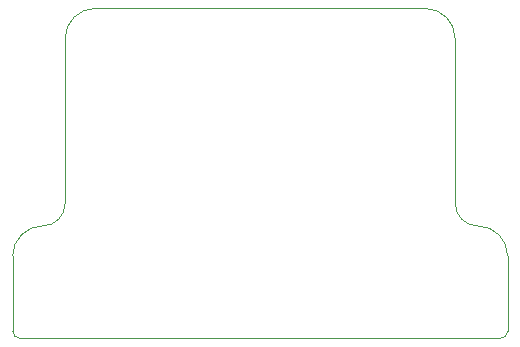
<source format=gbr>
G04 #@! TF.GenerationSoftware,KiCad,Pcbnew,5.1.7-a382d34a8~88~ubuntu20.04.1*
G04 #@! TF.CreationDate,2020-12-18T13:14:18-06:00*
G04 #@! TF.ProjectId,VGA,5647412e-6b69-4636-9164-5f7063625858,1.1*
G04 #@! TF.SameCoordinates,Original*
G04 #@! TF.FileFunction,Profile,NP*
%FSLAX46Y46*%
G04 Gerber Fmt 4.6, Leading zero omitted, Abs format (unit mm)*
G04 Created by KiCad (PCBNEW 5.1.7-a382d34a8~88~ubuntu20.04.1) date 2020-12-18 13:14:18*
%MOMM*%
%LPD*%
G01*
G04 APERTURE LIST*
G04 #@! TA.AperFunction,Profile*
%ADD10C,0.050000*%
G04 #@! TD*
G04 APERTURE END LIST*
D10*
X139065000Y-123190000D02*
G75*
G02*
X137160000Y-125095000I-1905000J0D01*
G01*
X134620000Y-127635000D02*
G75*
G02*
X137160000Y-125095000I2540000J0D01*
G01*
X173990000Y-125095000D02*
G75*
G02*
X172085000Y-123190000I0J1905000D01*
G01*
X134620000Y-133985000D02*
X134620000Y-127635000D01*
X173990000Y-125095000D02*
G75*
G02*
X176530000Y-127635000I0J-2540000D01*
G01*
X176530000Y-133985000D02*
X176530000Y-127635000D01*
X139065000Y-109220000D02*
G75*
G02*
X141605000Y-106680000I2540000J0D01*
G01*
X169545000Y-106680000D02*
G75*
G02*
X172085000Y-109220000I0J-2540000D01*
G01*
X176530000Y-133985000D02*
G75*
G02*
X175895000Y-134620000I-635000J0D01*
G01*
X135255000Y-134620000D02*
G75*
G02*
X134620000Y-133985000I0J635000D01*
G01*
X139065000Y-109220000D02*
X139065000Y-123190000D01*
X169545000Y-106680000D02*
X141605000Y-106680000D01*
X172085000Y-123190000D02*
X172085000Y-109220000D01*
X135255000Y-134620000D02*
X175895000Y-134620000D01*
M02*

</source>
